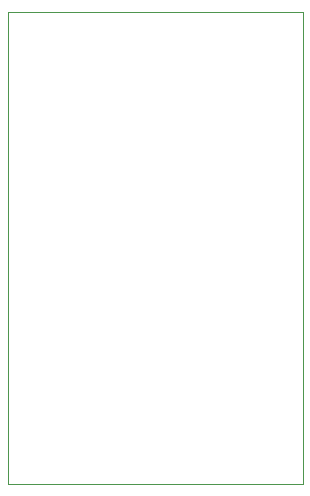
<source format=gbr>
%TF.GenerationSoftware,Altium Limited,Altium Designer,20.0.13 (296)*%
G04 Layer_Color=0*
%FSLAX45Y45*%
%MOMM*%
%TF.FileFunction,Profile,NP*%
%TF.Part,Single*%
G01*
G75*
%TA.AperFunction,Profile*%
%ADD63C,0.02540*%
D63*
X8521700Y5676900D02*
Y9676900D01*
X11021700D01*
X11021700Y5676900D01*
X8521700D01*
%TF.MD5,ef01a6cf5a3e0511a881707b57779b61*%
M02*

</source>
